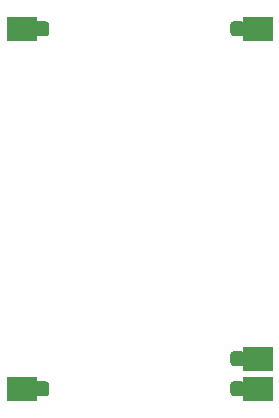
<source format=gbs>
G04 #@! TF.GenerationSoftware,KiCad,Pcbnew,9.0.1+1*
G04 #@! TF.CreationDate,2025-11-11T08:29:47+00:00*
G04 #@! TF.ProjectId,usb-c-power-in,7573622d-632d-4706-9f77-65722d696e2e,rev?*
G04 #@! TF.SameCoordinates,Original*
G04 #@! TF.FileFunction,Soldermask,Bot*
G04 #@! TF.FilePolarity,Negative*
%FSLAX46Y46*%
G04 Gerber Fmt 4.6, Leading zero omitted, Abs format (unit mm)*
G04 Created by KiCad (PCBNEW 9.0.1+1) date 2025-11-11 08:29:47*
%MOMM*%
%LPD*%
G01*
G04 APERTURE LIST*
%ADD10R,2.540000X2.000000*%
G04 APERTURE END LIST*
D10*
X39736000Y-28032400D03*
G36*
G01*
X42061000Y-27657400D02*
X42061000Y-28407400D01*
G75*
G02*
X41811000Y-28657400I-250000J0D01*
G01*
X41061000Y-28657400D01*
G75*
G02*
X40811000Y-28407400I0J250000D01*
G01*
X40811000Y-27657400D01*
G75*
G02*
X41061000Y-27407400I250000J0D01*
G01*
X41811000Y-27407400D01*
G75*
G02*
X42061000Y-27657400I0J-250000D01*
G01*
G37*
X39736000Y-58512400D03*
G36*
G01*
X42061000Y-58137400D02*
X42061000Y-58887400D01*
G75*
G02*
X41811000Y-59137400I-250000J0D01*
G01*
X41061000Y-59137400D01*
G75*
G02*
X40811000Y-58887400I0J250000D01*
G01*
X40811000Y-58137400D01*
G75*
G02*
X41061000Y-57887400I250000J0D01*
G01*
X41811000Y-57887400D01*
G75*
G02*
X42061000Y-58137400I0J-250000D01*
G01*
G37*
G36*
G01*
X58661000Y-27657400D02*
X58661000Y-28407400D01*
G75*
G02*
X58411000Y-28657400I-250000J0D01*
G01*
X57661000Y-28657400D01*
G75*
G02*
X57411000Y-28407400I0J250000D01*
G01*
X57411000Y-27657400D01*
G75*
G02*
X57661000Y-27407400I250000J0D01*
G01*
X58411000Y-27407400D01*
G75*
G02*
X58661000Y-27657400I0J-250000D01*
G01*
G37*
X59736000Y-28032400D03*
G36*
G01*
X58661000Y-55597400D02*
X58661000Y-56347400D01*
G75*
G02*
X58411000Y-56597400I-250000J0D01*
G01*
X57661000Y-56597400D01*
G75*
G02*
X57411000Y-56347400I0J250000D01*
G01*
X57411000Y-55597400D01*
G75*
G02*
X57661000Y-55347400I250000J0D01*
G01*
X58411000Y-55347400D01*
G75*
G02*
X58661000Y-55597400I0J-250000D01*
G01*
G37*
X59736000Y-55972400D03*
G36*
G01*
X58661000Y-58137400D02*
X58661000Y-58887400D01*
G75*
G02*
X58411000Y-59137400I-250000J0D01*
G01*
X57661000Y-59137400D01*
G75*
G02*
X57411000Y-58887400I0J250000D01*
G01*
X57411000Y-58137400D01*
G75*
G02*
X57661000Y-57887400I250000J0D01*
G01*
X58411000Y-57887400D01*
G75*
G02*
X58661000Y-58137400I0J-250000D01*
G01*
G37*
X59736000Y-58512400D03*
M02*

</source>
